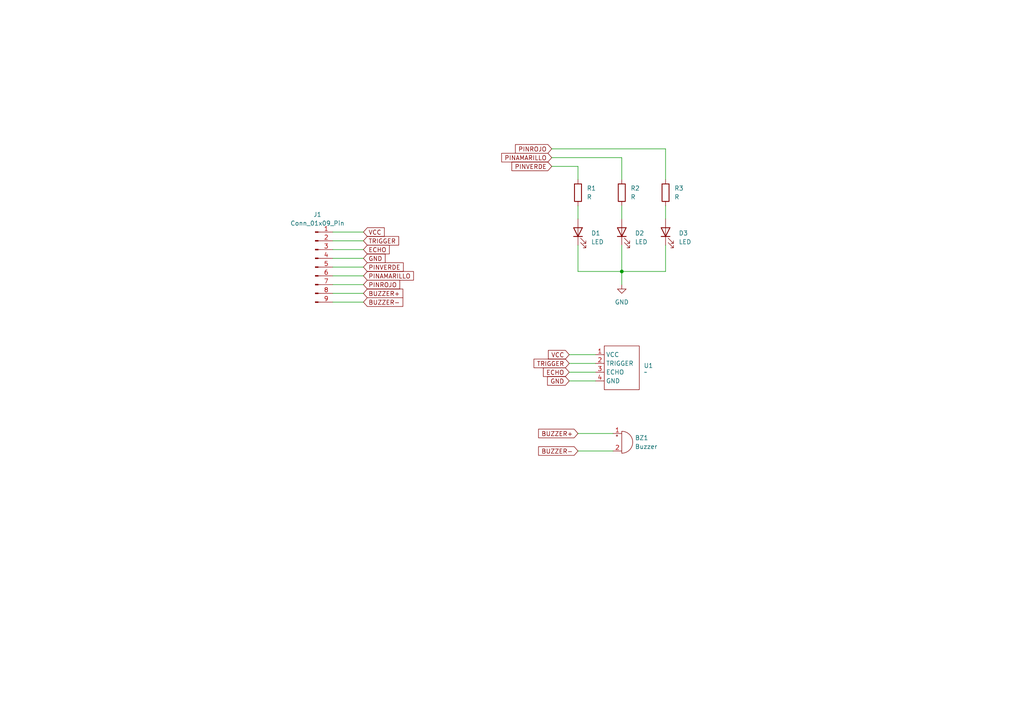
<source format=kicad_sch>
(kicad_sch
	(version 20250114)
	(generator "eeschema")
	(generator_version "9.0")
	(uuid "686061d5-a940-4cfd-8c39-c7240e119a7e")
	(paper "A4")
	(title_block
		(title "Sistema aparcamiento asistido")
		(date "2025-11-15")
		(rev "1")
	)
	(lib_symbols
		(symbol "Connector:Conn_01x09_Pin"
			(pin_names
				(offset 1.016)
				(hide yes)
			)
			(exclude_from_sim no)
			(in_bom yes)
			(on_board yes)
			(property "Reference" "J"
				(at 0 12.7 0)
				(effects
					(font
						(size 1.27 1.27)
					)
				)
			)
			(property "Value" "Conn_01x09_Pin"
				(at 0 -12.7 0)
				(effects
					(font
						(size 1.27 1.27)
					)
				)
			)
			(property "Footprint" ""
				(at 0 0 0)
				(effects
					(font
						(size 1.27 1.27)
					)
					(hide yes)
				)
			)
			(property "Datasheet" "~"
				(at 0 0 0)
				(effects
					(font
						(size 1.27 1.27)
					)
					(hide yes)
				)
			)
			(property "Description" "Generic connector, single row, 01x09, script generated"
				(at 0 0 0)
				(effects
					(font
						(size 1.27 1.27)
					)
					(hide yes)
				)
			)
			(property "ki_locked" ""
				(at 0 0 0)
				(effects
					(font
						(size 1.27 1.27)
					)
				)
			)
			(property "ki_keywords" "connector"
				(at 0 0 0)
				(effects
					(font
						(size 1.27 1.27)
					)
					(hide yes)
				)
			)
			(property "ki_fp_filters" "Connector*:*_1x??_*"
				(at 0 0 0)
				(effects
					(font
						(size 1.27 1.27)
					)
					(hide yes)
				)
			)
			(symbol "Conn_01x09_Pin_1_1"
				(rectangle
					(start 0.8636 10.287)
					(end 0 10.033)
					(stroke
						(width 0.1524)
						(type default)
					)
					(fill
						(type outline)
					)
				)
				(rectangle
					(start 0.8636 7.747)
					(end 0 7.493)
					(stroke
						(width 0.1524)
						(type default)
					)
					(fill
						(type outline)
					)
				)
				(rectangle
					(start 0.8636 5.207)
					(end 0 4.953)
					(stroke
						(width 0.1524)
						(type default)
					)
					(fill
						(type outline)
					)
				)
				(rectangle
					(start 0.8636 2.667)
					(end 0 2.413)
					(stroke
						(width 0.1524)
						(type default)
					)
					(fill
						(type outline)
					)
				)
				(rectangle
					(start 0.8636 0.127)
					(end 0 -0.127)
					(stroke
						(width 0.1524)
						(type default)
					)
					(fill
						(type outline)
					)
				)
				(rectangle
					(start 0.8636 -2.413)
					(end 0 -2.667)
					(stroke
						(width 0.1524)
						(type default)
					)
					(fill
						(type outline)
					)
				)
				(rectangle
					(start 0.8636 -4.953)
					(end 0 -5.207)
					(stroke
						(width 0.1524)
						(type default)
					)
					(fill
						(type outline)
					)
				)
				(rectangle
					(start 0.8636 -7.493)
					(end 0 -7.747)
					(stroke
						(width 0.1524)
						(type default)
					)
					(fill
						(type outline)
					)
				)
				(rectangle
					(start 0.8636 -10.033)
					(end 0 -10.287)
					(stroke
						(width 0.1524)
						(type default)
					)
					(fill
						(type outline)
					)
				)
				(polyline
					(pts
						(xy 1.27 10.16) (xy 0.8636 10.16)
					)
					(stroke
						(width 0.1524)
						(type default)
					)
					(fill
						(type none)
					)
				)
				(polyline
					(pts
						(xy 1.27 7.62) (xy 0.8636 7.62)
					)
					(stroke
						(width 0.1524)
						(type default)
					)
					(fill
						(type none)
					)
				)
				(polyline
					(pts
						(xy 1.27 5.08) (xy 0.8636 5.08)
					)
					(stroke
						(width 0.1524)
						(type default)
					)
					(fill
						(type none)
					)
				)
				(polyline
					(pts
						(xy 1.27 2.54) (xy 0.8636 2.54)
					)
					(stroke
						(width 0.1524)
						(type default)
					)
					(fill
						(type none)
					)
				)
				(polyline
					(pts
						(xy 1.27 0) (xy 0.8636 0)
					)
					(stroke
						(width 0.1524)
						(type default)
					)
					(fill
						(type none)
					)
				)
				(polyline
					(pts
						(xy 1.27 -2.54) (xy 0.8636 -2.54)
					)
					(stroke
						(width 0.1524)
						(type default)
					)
					(fill
						(type none)
					)
				)
				(polyline
					(pts
						(xy 1.27 -5.08) (xy 0.8636 -5.08)
					)
					(stroke
						(width 0.1524)
						(type default)
					)
					(fill
						(type none)
					)
				)
				(polyline
					(pts
						(xy 1.27 -7.62) (xy 0.8636 -7.62)
					)
					(stroke
						(width 0.1524)
						(type default)
					)
					(fill
						(type none)
					)
				)
				(polyline
					(pts
						(xy 1.27 -10.16) (xy 0.8636 -10.16)
					)
					(stroke
						(width 0.1524)
						(type default)
					)
					(fill
						(type none)
					)
				)
				(pin passive line
					(at 5.08 10.16 180)
					(length 3.81)
					(name "Pin_1"
						(effects
							(font
								(size 1.27 1.27)
							)
						)
					)
					(number "1"
						(effects
							(font
								(size 1.27 1.27)
							)
						)
					)
				)
				(pin passive line
					(at 5.08 7.62 180)
					(length 3.81)
					(name "Pin_2"
						(effects
							(font
								(size 1.27 1.27)
							)
						)
					)
					(number "2"
						(effects
							(font
								(size 1.27 1.27)
							)
						)
					)
				)
				(pin passive line
					(at 5.08 5.08 180)
					(length 3.81)
					(name "Pin_3"
						(effects
							(font
								(size 1.27 1.27)
							)
						)
					)
					(number "3"
						(effects
							(font
								(size 1.27 1.27)
							)
						)
					)
				)
				(pin passive line
					(at 5.08 2.54 180)
					(length 3.81)
					(name "Pin_4"
						(effects
							(font
								(size 1.27 1.27)
							)
						)
					)
					(number "4"
						(effects
							(font
								(size 1.27 1.27)
							)
						)
					)
				)
				(pin passive line
					(at 5.08 0 180)
					(length 3.81)
					(name "Pin_5"
						(effects
							(font
								(size 1.27 1.27)
							)
						)
					)
					(number "5"
						(effects
							(font
								(size 1.27 1.27)
							)
						)
					)
				)
				(pin passive line
					(at 5.08 -2.54 180)
					(length 3.81)
					(name "Pin_6"
						(effects
							(font
								(size 1.27 1.27)
							)
						)
					)
					(number "6"
						(effects
							(font
								(size 1.27 1.27)
							)
						)
					)
				)
				(pin passive line
					(at 5.08 -5.08 180)
					(length 3.81)
					(name "Pin_7"
						(effects
							(font
								(size 1.27 1.27)
							)
						)
					)
					(number "7"
						(effects
							(font
								(size 1.27 1.27)
							)
						)
					)
				)
				(pin passive line
					(at 5.08 -7.62 180)
					(length 3.81)
					(name "Pin_8"
						(effects
							(font
								(size 1.27 1.27)
							)
						)
					)
					(number "8"
						(effects
							(font
								(size 1.27 1.27)
							)
						)
					)
				)
				(pin passive line
					(at 5.08 -10.16 180)
					(length 3.81)
					(name "Pin_9"
						(effects
							(font
								(size 1.27 1.27)
							)
						)
					)
					(number "9"
						(effects
							(font
								(size 1.27 1.27)
							)
						)
					)
				)
			)
			(embedded_fonts no)
		)
		(symbol "Device:Buzzer"
			(pin_names
				(offset 0.0254)
				(hide yes)
			)
			(exclude_from_sim no)
			(in_bom yes)
			(on_board yes)
			(property "Reference" "BZ"
				(at 3.81 1.27 0)
				(effects
					(font
						(size 1.27 1.27)
					)
					(justify left)
				)
			)
			(property "Value" "Buzzer"
				(at 3.81 -1.27 0)
				(effects
					(font
						(size 1.27 1.27)
					)
					(justify left)
				)
			)
			(property "Footprint" ""
				(at -0.635 2.54 90)
				(effects
					(font
						(size 1.27 1.27)
					)
					(hide yes)
				)
			)
			(property "Datasheet" "~"
				(at -0.635 2.54 90)
				(effects
					(font
						(size 1.27 1.27)
					)
					(hide yes)
				)
			)
			(property "Description" "Buzzer, polarized"
				(at 0 0 0)
				(effects
					(font
						(size 1.27 1.27)
					)
					(hide yes)
				)
			)
			(property "ki_keywords" "quartz resonator ceramic"
				(at 0 0 0)
				(effects
					(font
						(size 1.27 1.27)
					)
					(hide yes)
				)
			)
			(property "ki_fp_filters" "*Buzzer*"
				(at 0 0 0)
				(effects
					(font
						(size 1.27 1.27)
					)
					(hide yes)
				)
			)
			(symbol "Buzzer_0_1"
				(polyline
					(pts
						(xy -1.651 1.905) (xy -1.143 1.905)
					)
					(stroke
						(width 0)
						(type default)
					)
					(fill
						(type none)
					)
				)
				(polyline
					(pts
						(xy -1.397 2.159) (xy -1.397 1.651)
					)
					(stroke
						(width 0)
						(type default)
					)
					(fill
						(type none)
					)
				)
				(arc
					(start 0 3.175)
					(mid 3.1612 0)
					(end 0 -3.175)
					(stroke
						(width 0)
						(type default)
					)
					(fill
						(type none)
					)
				)
				(polyline
					(pts
						(xy 0 3.175) (xy 0 -3.175)
					)
					(stroke
						(width 0)
						(type default)
					)
					(fill
						(type none)
					)
				)
			)
			(symbol "Buzzer_1_1"
				(pin passive line
					(at -2.54 2.54 0)
					(length 2.54)
					(name "+"
						(effects
							(font
								(size 1.27 1.27)
							)
						)
					)
					(number "1"
						(effects
							(font
								(size 1.27 1.27)
							)
						)
					)
				)
				(pin passive line
					(at -2.54 -2.54 0)
					(length 2.54)
					(name "-"
						(effects
							(font
								(size 1.27 1.27)
							)
						)
					)
					(number "2"
						(effects
							(font
								(size 1.27 1.27)
							)
						)
					)
				)
			)
			(embedded_fonts no)
		)
		(symbol "Device:LED"
			(pin_numbers
				(hide yes)
			)
			(pin_names
				(offset 1.016)
				(hide yes)
			)
			(exclude_from_sim no)
			(in_bom yes)
			(on_board yes)
			(property "Reference" "D"
				(at 0 2.54 0)
				(effects
					(font
						(size 1.27 1.27)
					)
				)
			)
			(property "Value" "LED"
				(at 0 -2.54 0)
				(effects
					(font
						(size 1.27 1.27)
					)
				)
			)
			(property "Footprint" ""
				(at 0 0 0)
				(effects
					(font
						(size 1.27 1.27)
					)
					(hide yes)
				)
			)
			(property "Datasheet" "~"
				(at 0 0 0)
				(effects
					(font
						(size 1.27 1.27)
					)
					(hide yes)
				)
			)
			(property "Description" "Light emitting diode"
				(at 0 0 0)
				(effects
					(font
						(size 1.27 1.27)
					)
					(hide yes)
				)
			)
			(property "Sim.Pins" "1=K 2=A"
				(at 0 0 0)
				(effects
					(font
						(size 1.27 1.27)
					)
					(hide yes)
				)
			)
			(property "ki_keywords" "LED diode"
				(at 0 0 0)
				(effects
					(font
						(size 1.27 1.27)
					)
					(hide yes)
				)
			)
			(property "ki_fp_filters" "LED* LED_SMD:* LED_THT:*"
				(at 0 0 0)
				(effects
					(font
						(size 1.27 1.27)
					)
					(hide yes)
				)
			)
			(symbol "LED_0_1"
				(polyline
					(pts
						(xy -3.048 -0.762) (xy -4.572 -2.286) (xy -3.81 -2.286) (xy -4.572 -2.286) (xy -4.572 -1.524)
					)
					(stroke
						(width 0)
						(type default)
					)
					(fill
						(type none)
					)
				)
				(polyline
					(pts
						(xy -1.778 -0.762) (xy -3.302 -2.286) (xy -2.54 -2.286) (xy -3.302 -2.286) (xy -3.302 -1.524)
					)
					(stroke
						(width 0)
						(type default)
					)
					(fill
						(type none)
					)
				)
				(polyline
					(pts
						(xy -1.27 0) (xy 1.27 0)
					)
					(stroke
						(width 0)
						(type default)
					)
					(fill
						(type none)
					)
				)
				(polyline
					(pts
						(xy -1.27 -1.27) (xy -1.27 1.27)
					)
					(stroke
						(width 0.254)
						(type default)
					)
					(fill
						(type none)
					)
				)
				(polyline
					(pts
						(xy 1.27 -1.27) (xy 1.27 1.27) (xy -1.27 0) (xy 1.27 -1.27)
					)
					(stroke
						(width 0.254)
						(type default)
					)
					(fill
						(type none)
					)
				)
			)
			(symbol "LED_1_1"
				(pin passive line
					(at -3.81 0 0)
					(length 2.54)
					(name "K"
						(effects
							(font
								(size 1.27 1.27)
							)
						)
					)
					(number "1"
						(effects
							(font
								(size 1.27 1.27)
							)
						)
					)
				)
				(pin passive line
					(at 3.81 0 180)
					(length 2.54)
					(name "A"
						(effects
							(font
								(size 1.27 1.27)
							)
						)
					)
					(number "2"
						(effects
							(font
								(size 1.27 1.27)
							)
						)
					)
				)
			)
			(embedded_fonts no)
		)
		(symbol "Device:R"
			(pin_numbers
				(hide yes)
			)
			(pin_names
				(offset 0)
			)
			(exclude_from_sim no)
			(in_bom yes)
			(on_board yes)
			(property "Reference" "R"
				(at 2.032 0 90)
				(effects
					(font
						(size 1.27 1.27)
					)
				)
			)
			(property "Value" "R"
				(at 0 0 90)
				(effects
					(font
						(size 1.27 1.27)
					)
				)
			)
			(property "Footprint" ""
				(at -1.778 0 90)
				(effects
					(font
						(size 1.27 1.27)
					)
					(hide yes)
				)
			)
			(property "Datasheet" "~"
				(at 0 0 0)
				(effects
					(font
						(size 1.27 1.27)
					)
					(hide yes)
				)
			)
			(property "Description" "Resistor"
				(at 0 0 0)
				(effects
					(font
						(size 1.27 1.27)
					)
					(hide yes)
				)
			)
			(property "ki_keywords" "R res resistor"
				(at 0 0 0)
				(effects
					(font
						(size 1.27 1.27)
					)
					(hide yes)
				)
			)
			(property "ki_fp_filters" "R_*"
				(at 0 0 0)
				(effects
					(font
						(size 1.27 1.27)
					)
					(hide yes)
				)
			)
			(symbol "R_0_1"
				(rectangle
					(start -1.016 -2.54)
					(end 1.016 2.54)
					(stroke
						(width 0.254)
						(type default)
					)
					(fill
						(type none)
					)
				)
			)
			(symbol "R_1_1"
				(pin passive line
					(at 0 3.81 270)
					(length 1.27)
					(name "~"
						(effects
							(font
								(size 1.27 1.27)
							)
						)
					)
					(number "1"
						(effects
							(font
								(size 1.27 1.27)
							)
						)
					)
				)
				(pin passive line
					(at 0 -3.81 90)
					(length 1.27)
					(name "~"
						(effects
							(font
								(size 1.27 1.27)
							)
						)
					)
					(number "2"
						(effects
							(font
								(size 1.27 1.27)
							)
						)
					)
				)
			)
			(embedded_fonts no)
		)
		(symbol "missimbolos:HC-SR04"
			(exclude_from_sim no)
			(in_bom yes)
			(on_board yes)
			(property "Reference" "U"
				(at 0 0 0)
				(effects
					(font
						(size 1.27 1.27)
					)
				)
			)
			(property "Value" ""
				(at 0 0 0)
				(effects
					(font
						(size 1.27 1.27)
					)
				)
			)
			(property "Footprint" ""
				(at 0 0 0)
				(effects
					(font
						(size 1.27 1.27)
					)
					(hide yes)
				)
			)
			(property "Datasheet" ""
				(at 0 0 0)
				(effects
					(font
						(size 1.27 1.27)
					)
					(hide yes)
				)
			)
			(property "Description" ""
				(at 0 0 0)
				(effects
					(font
						(size 1.27 1.27)
					)
					(hide yes)
				)
			)
			(symbol "HC-SR04_0_1"
				(rectangle
					(start 0 0)
					(end 10.16 -12.7)
					(stroke
						(width 0)
						(type default)
					)
					(fill
						(type none)
					)
				)
			)
			(symbol "HC-SR04_1_1"
				(pin input line
					(at -2.54 -2.54 0)
					(length 2.54)
					(name "VCC"
						(effects
							(font
								(size 1.27 1.27)
							)
						)
					)
					(number "1"
						(effects
							(font
								(size 1.27 1.27)
							)
						)
					)
				)
				(pin input line
					(at -2.54 -5.08 0)
					(length 2.54)
					(name "TRIGGER"
						(effects
							(font
								(size 1.27 1.27)
							)
						)
					)
					(number "2"
						(effects
							(font
								(size 1.27 1.27)
							)
						)
					)
				)
				(pin input line
					(at -2.54 -7.62 0)
					(length 2.54)
					(name "ECHO"
						(effects
							(font
								(size 1.27 1.27)
							)
						)
					)
					(number "3"
						(effects
							(font
								(size 1.27 1.27)
							)
						)
					)
				)
				(pin input line
					(at -2.54 -10.16 0)
					(length 2.54)
					(name "GND"
						(effects
							(font
								(size 1.27 1.27)
							)
						)
					)
					(number "4"
						(effects
							(font
								(size 1.27 1.27)
							)
						)
					)
				)
			)
			(embedded_fonts no)
		)
		(symbol "power:GND"
			(power)
			(pin_numbers
				(hide yes)
			)
			(pin_names
				(offset 0)
				(hide yes)
			)
			(exclude_from_sim no)
			(in_bom yes)
			(on_board yes)
			(property "Reference" "#PWR"
				(at 0 -6.35 0)
				(effects
					(font
						(size 1.27 1.27)
					)
					(hide yes)
				)
			)
			(property "Value" "GND"
				(at 0 -3.81 0)
				(effects
					(font
						(size 1.27 1.27)
					)
				)
			)
			(property "Footprint" ""
				(at 0 0 0)
				(effects
					(font
						(size 1.27 1.27)
					)
					(hide yes)
				)
			)
			(property "Datasheet" ""
				(at 0 0 0)
				(effects
					(font
						(size 1.27 1.27)
					)
					(hide yes)
				)
			)
			(property "Description" "Power symbol creates a global label with name \"GND\" , ground"
				(at 0 0 0)
				(effects
					(font
						(size 1.27 1.27)
					)
					(hide yes)
				)
			)
			(property "ki_keywords" "global power"
				(at 0 0 0)
				(effects
					(font
						(size 1.27 1.27)
					)
					(hide yes)
				)
			)
			(symbol "GND_0_1"
				(polyline
					(pts
						(xy 0 0) (xy 0 -1.27) (xy 1.27 -1.27) (xy 0 -2.54) (xy -1.27 -1.27) (xy 0 -1.27)
					)
					(stroke
						(width 0)
						(type default)
					)
					(fill
						(type none)
					)
				)
			)
			(symbol "GND_1_1"
				(pin power_in line
					(at 0 0 270)
					(length 0)
					(name "~"
						(effects
							(font
								(size 1.27 1.27)
							)
						)
					)
					(number "1"
						(effects
							(font
								(size 1.27 1.27)
							)
						)
					)
				)
			)
			(embedded_fonts no)
		)
	)
	(junction
		(at 180.34 78.74)
		(diameter 0)
		(color 0 0 0 0)
		(uuid "5968eeca-253a-4c6b-a3d0-26ce4f228449")
	)
	(wire
		(pts
			(xy 193.04 71.12) (xy 193.04 78.74)
		)
		(stroke
			(width 0)
			(type default)
		)
		(uuid "047babb4-59af-48f1-9729-3d3ac2141ea2")
	)
	(wire
		(pts
			(xy 160.02 45.72) (xy 180.34 45.72)
		)
		(stroke
			(width 0)
			(type default)
		)
		(uuid "10671296-894c-4adf-acf0-3a5c57f5281a")
	)
	(wire
		(pts
			(xy 180.34 78.74) (xy 193.04 78.74)
		)
		(stroke
			(width 0)
			(type default)
		)
		(uuid "15e91700-f75d-4220-a702-f08fd341e547")
	)
	(wire
		(pts
			(xy 160.02 48.26) (xy 167.64 48.26)
		)
		(stroke
			(width 0)
			(type default)
		)
		(uuid "170d103f-0585-4b42-94ae-6029cb1a3c41")
	)
	(wire
		(pts
			(xy 96.52 85.09) (xy 105.41 85.09)
		)
		(stroke
			(width 0)
			(type default)
		)
		(uuid "19084d43-acc1-4ebd-9ca5-b0aa6000446a")
	)
	(wire
		(pts
			(xy 167.64 125.73) (xy 177.8 125.73)
		)
		(stroke
			(width 0)
			(type default)
		)
		(uuid "1af47ba1-c0cb-45df-b92a-8408b56b21a3")
	)
	(wire
		(pts
			(xy 180.34 78.74) (xy 180.34 82.55)
		)
		(stroke
			(width 0)
			(type default)
		)
		(uuid "33f03a09-fb9c-4176-b869-2d4b076f2edc")
	)
	(wire
		(pts
			(xy 180.34 45.72) (xy 180.34 52.07)
		)
		(stroke
			(width 0)
			(type default)
		)
		(uuid "37def428-c59e-41ab-b5a1-af172774bb6c")
	)
	(wire
		(pts
			(xy 165.1 105.41) (xy 172.72 105.41)
		)
		(stroke
			(width 0)
			(type default)
		)
		(uuid "3ddd0938-c279-452b-be7d-9ba56c97c5b9")
	)
	(wire
		(pts
			(xy 96.52 82.55) (xy 105.41 82.55)
		)
		(stroke
			(width 0)
			(type default)
		)
		(uuid "441be889-b4c8-42fe-9043-57668d4d3831")
	)
	(wire
		(pts
			(xy 180.34 71.12) (xy 180.34 78.74)
		)
		(stroke
			(width 0)
			(type default)
		)
		(uuid "4d0c73ec-33a6-4359-a247-7ec6e2d2596b")
	)
	(wire
		(pts
			(xy 165.1 110.49) (xy 172.72 110.49)
		)
		(stroke
			(width 0)
			(type default)
		)
		(uuid "59903513-a9ef-49ee-a412-18444204ccd2")
	)
	(wire
		(pts
			(xy 165.1 107.95) (xy 172.72 107.95)
		)
		(stroke
			(width 0)
			(type default)
		)
		(uuid "64c266ce-b661-4e80-9489-d7c069320795")
	)
	(wire
		(pts
			(xy 96.52 80.01) (xy 105.41 80.01)
		)
		(stroke
			(width 0)
			(type default)
		)
		(uuid "6ab97194-4cf5-4f57-8f7e-22477572f1bb")
	)
	(wire
		(pts
			(xy 96.52 67.31) (xy 105.41 67.31)
		)
		(stroke
			(width 0)
			(type default)
		)
		(uuid "7a4cafe3-4325-4b75-ab78-1baa9dd10226")
	)
	(wire
		(pts
			(xy 180.34 59.69) (xy 180.34 63.5)
		)
		(stroke
			(width 0)
			(type default)
		)
		(uuid "7b6458fb-ff29-412a-b03b-811b0f25ec40")
	)
	(wire
		(pts
			(xy 160.02 43.18) (xy 193.04 43.18)
		)
		(stroke
			(width 0)
			(type default)
		)
		(uuid "7fff4706-9953-4eaf-a085-431e47a5b568")
	)
	(wire
		(pts
			(xy 167.64 48.26) (xy 167.64 52.07)
		)
		(stroke
			(width 0)
			(type default)
		)
		(uuid "9a9dbed3-c22a-452c-a555-176c22599887")
	)
	(wire
		(pts
			(xy 96.52 87.63) (xy 105.41 87.63)
		)
		(stroke
			(width 0)
			(type default)
		)
		(uuid "a746ba40-e159-4a83-b752-4d5225ea7beb")
	)
	(wire
		(pts
			(xy 96.52 72.39) (xy 105.41 72.39)
		)
		(stroke
			(width 0)
			(type default)
		)
		(uuid "ad8727ff-20f2-4a58-a0ab-657def3627ee")
	)
	(wire
		(pts
			(xy 167.64 71.12) (xy 167.64 78.74)
		)
		(stroke
			(width 0)
			(type default)
		)
		(uuid "b72758bc-9e72-40e0-83c3-65536e9c79cc")
	)
	(wire
		(pts
			(xy 167.64 59.69) (xy 167.64 63.5)
		)
		(stroke
			(width 0)
			(type default)
		)
		(uuid "bf3d62ba-a6b9-4332-9cee-27b8a9a7c08e")
	)
	(wire
		(pts
			(xy 193.04 43.18) (xy 193.04 52.07)
		)
		(stroke
			(width 0)
			(type default)
		)
		(uuid "cb82f03f-d674-49bf-96cb-f2e498c5f086")
	)
	(wire
		(pts
			(xy 96.52 69.85) (xy 105.41 69.85)
		)
		(stroke
			(width 0)
			(type default)
		)
		(uuid "cd85664e-350a-4544-992c-c024ae9169de")
	)
	(wire
		(pts
			(xy 96.52 74.93) (xy 105.41 74.93)
		)
		(stroke
			(width 0)
			(type default)
		)
		(uuid "e2599e91-f20e-44aa-aaf5-e5c396040341")
	)
	(wire
		(pts
			(xy 193.04 59.69) (xy 193.04 63.5)
		)
		(stroke
			(width 0)
			(type default)
		)
		(uuid "e480d5ad-91dc-4793-b696-55d196e295d3")
	)
	(wire
		(pts
			(xy 167.64 130.81) (xy 177.8 130.81)
		)
		(stroke
			(width 0)
			(type default)
		)
		(uuid "e6c39de5-9f75-47e1-a420-376cc5335a3c")
	)
	(wire
		(pts
			(xy 96.52 77.47) (xy 105.41 77.47)
		)
		(stroke
			(width 0)
			(type default)
		)
		(uuid "ec27e581-5220-4b28-92fd-2a7d04856df6")
	)
	(wire
		(pts
			(xy 167.64 78.74) (xy 180.34 78.74)
		)
		(stroke
			(width 0)
			(type default)
		)
		(uuid "fc7b3b70-f24d-49fa-be93-0231dbb97fca")
	)
	(wire
		(pts
			(xy 165.1 102.87) (xy 172.72 102.87)
		)
		(stroke
			(width 0)
			(type default)
		)
		(uuid "fd5c3079-db30-44a1-8804-092640fedc7b")
	)
	(global_label "GND"
		(shape input)
		(at 105.41 74.93 0)
		(fields_autoplaced yes)
		(effects
			(font
				(size 1.27 1.27)
			)
			(justify left)
		)
		(uuid "03ffe29c-96f5-491b-856e-14a7042d52a2")
		(property "Intersheetrefs" "${INTERSHEET_REFS}"
			(at 112.2657 74.93 0)
			(effects
				(font
					(size 1.27 1.27)
				)
				(justify left)
				(hide yes)
			)
		)
	)
	(global_label "GND"
		(shape input)
		(at 165.1 110.49 180)
		(fields_autoplaced yes)
		(effects
			(font
				(size 1.27 1.27)
			)
			(justify right)
		)
		(uuid "0f7c8a40-ee3f-4177-b42f-05f9c35ccfe6")
		(property "Intersheetrefs" "${INTERSHEET_REFS}"
			(at 158.2443 110.49 0)
			(effects
				(font
					(size 1.27 1.27)
				)
				(justify right)
				(hide yes)
			)
		)
	)
	(global_label "BUZZER+"
		(shape input)
		(at 105.41 85.09 0)
		(fields_autoplaced yes)
		(effects
			(font
				(size 1.27 1.27)
			)
			(justify left)
		)
		(uuid "155f1ffc-53c9-4a5a-81b5-1a1a24ba7631")
		(property "Intersheetrefs" "${INTERSHEET_REFS}"
			(at 117.4061 85.09 0)
			(effects
				(font
					(size 1.27 1.27)
				)
				(justify left)
				(hide yes)
			)
		)
	)
	(global_label "PINROJO"
		(shape input)
		(at 160.02 43.18 180)
		(fields_autoplaced yes)
		(effects
			(font
				(size 1.27 1.27)
			)
			(justify right)
		)
		(uuid "1e861089-23a4-4b2c-b421-a43f80b9eb43")
		(property "Intersheetrefs" "${INTERSHEET_REFS}"
			(at 148.9309 43.18 0)
			(effects
				(font
					(size 1.27 1.27)
				)
				(justify right)
				(hide yes)
			)
		)
	)
	(global_label "BUZZER-"
		(shape input)
		(at 167.64 130.81 180)
		(fields_autoplaced yes)
		(effects
			(font
				(size 1.27 1.27)
			)
			(justify right)
		)
		(uuid "23afa12d-b910-4621-92ce-0f352003b311")
		(property "Intersheetrefs" "${INTERSHEET_REFS}"
			(at 155.6439 130.81 0)
			(effects
				(font
					(size 1.27 1.27)
				)
				(justify right)
				(hide yes)
			)
		)
	)
	(global_label "TRIGGER"
		(shape input)
		(at 105.41 69.85 0)
		(fields_autoplaced yes)
		(effects
			(font
				(size 1.27 1.27)
			)
			(justify left)
		)
		(uuid "2a316d7f-5a21-4337-8d29-af751efd1554")
		(property "Intersheetrefs" "${INTERSHEET_REFS}"
			(at 116.1966 69.85 0)
			(effects
				(font
					(size 1.27 1.27)
				)
				(justify left)
				(hide yes)
			)
		)
	)
	(global_label "PINAMARILLO"
		(shape input)
		(at 160.02 45.72 180)
		(fields_autoplaced yes)
		(effects
			(font
				(size 1.27 1.27)
			)
			(justify right)
		)
		(uuid "2ea09234-aea2-4ece-91bd-7b07d3a1dac4")
		(property "Intersheetrefs" "${INTERSHEET_REFS}"
			(at 144.9394 45.72 0)
			(effects
				(font
					(size 1.27 1.27)
				)
				(justify right)
				(hide yes)
			)
		)
	)
	(global_label "TRIGGER"
		(shape input)
		(at 165.1 105.41 180)
		(fields_autoplaced yes)
		(effects
			(font
				(size 1.27 1.27)
			)
			(justify right)
		)
		(uuid "323fbadc-c6a3-49f3-8c93-efcaf96e1840")
		(property "Intersheetrefs" "${INTERSHEET_REFS}"
			(at 154.3134 105.41 0)
			(effects
				(font
					(size 1.27 1.27)
				)
				(justify right)
				(hide yes)
			)
		)
	)
	(global_label "VCC"
		(shape input)
		(at 105.41 67.31 0)
		(fields_autoplaced yes)
		(effects
			(font
				(size 1.27 1.27)
			)
			(justify left)
		)
		(uuid "3b54e1c0-1ee0-449e-b6f0-ddbc9fffbcc2")
		(property "Intersheetrefs" "${INTERSHEET_REFS}"
			(at 112.0238 67.31 0)
			(effects
				(font
					(size 1.27 1.27)
				)
				(justify left)
				(hide yes)
			)
		)
	)
	(global_label "PINVERDE"
		(shape input)
		(at 160.02 48.26 180)
		(fields_autoplaced yes)
		(effects
			(font
				(size 1.27 1.27)
			)
			(justify right)
		)
		(uuid "4aead562-0716-4478-8604-795fbf0a6591")
		(property "Intersheetrefs" "${INTERSHEET_REFS}"
			(at 147.9029 48.26 0)
			(effects
				(font
					(size 1.27 1.27)
				)
				(justify right)
				(hide yes)
			)
		)
	)
	(global_label "BUZZER+"
		(shape input)
		(at 167.64 125.73 180)
		(fields_autoplaced yes)
		(effects
			(font
				(size 1.27 1.27)
			)
			(justify right)
		)
		(uuid "67c32236-8791-4f6e-8977-e9a2765c4e1c")
		(property "Intersheetrefs" "${INTERSHEET_REFS}"
			(at 155.6439 125.73 0)
			(effects
				(font
					(size 1.27 1.27)
				)
				(justify right)
				(hide yes)
			)
		)
	)
	(global_label "BUZZER-"
		(shape input)
		(at 105.41 87.63 0)
		(fields_autoplaced yes)
		(effects
			(font
				(size 1.27 1.27)
			)
			(justify left)
		)
		(uuid "99f95fbe-5b5b-4e16-8c51-a22d99efa8aa")
		(property "Intersheetrefs" "${INTERSHEET_REFS}"
			(at 117.4061 87.63 0)
			(effects
				(font
					(size 1.27 1.27)
				)
				(justify left)
				(hide yes)
			)
		)
	)
	(global_label "PINAMARILLO"
		(shape input)
		(at 105.41 80.01 0)
		(fields_autoplaced yes)
		(effects
			(font
				(size 1.27 1.27)
			)
			(justify left)
		)
		(uuid "aa371ea4-22ea-412b-90b1-a55ea818de93")
		(property "Intersheetrefs" "${INTERSHEET_REFS}"
			(at 120.4906 80.01 0)
			(effects
				(font
					(size 1.27 1.27)
				)
				(justify left)
				(hide yes)
			)
		)
	)
	(global_label "ECHO"
		(shape input)
		(at 165.1 107.95 180)
		(fields_autoplaced yes)
		(effects
			(font
				(size 1.27 1.27)
			)
			(justify right)
		)
		(uuid "ba79f655-9d74-4d05-8572-57ddcb5a1b66")
		(property "Intersheetrefs" "${INTERSHEET_REFS}"
			(at 157.0348 107.95 0)
			(effects
				(font
					(size 1.27 1.27)
				)
				(justify right)
				(hide yes)
			)
		)
	)
	(global_label "VCC"
		(shape input)
		(at 165.1 102.87 180)
		(fields_autoplaced yes)
		(effects
			(font
				(size 1.27 1.27)
			)
			(justify right)
		)
		(uuid "bf4e3eb5-3fd2-4bd0-83de-3695cf712bd2")
		(property "Intersheetrefs" "${INTERSHEET_REFS}"
			(at 158.4862 102.87 0)
			(effects
				(font
					(size 1.27 1.27)
				)
				(justify right)
				(hide yes)
			)
		)
	)
	(global_label "PINROJO"
		(shape input)
		(at 105.41 82.55 0)
		(fields_autoplaced yes)
		(effects
			(font
				(size 1.27 1.27)
			)
			(justify left)
		)
		(uuid "c5050057-de71-42f9-936a-becf63851ad4")
		(property "Intersheetrefs" "${INTERSHEET_REFS}"
			(at 116.4991 82.55 0)
			(effects
				(font
					(size 1.27 1.27)
				)
				(justify left)
				(hide yes)
			)
		)
	)
	(global_label "ECHO"
		(shape input)
		(at 105.41 72.39 0)
		(fields_autoplaced yes)
		(effects
			(font
				(size 1.27 1.27)
			)
			(justify left)
		)
		(uuid "ce927787-fc39-487c-b6df-4850bd84998b")
		(property "Intersheetrefs" "${INTERSHEET_REFS}"
			(at 113.4752 72.39 0)
			(effects
				(font
					(size 1.27 1.27)
				)
				(justify left)
				(hide yes)
			)
		)
	)
	(global_label "PINVERDE"
		(shape input)
		(at 105.41 77.47 0)
		(fields_autoplaced yes)
		(effects
			(font
				(size 1.27 1.27)
			)
			(justify left)
		)
		(uuid "f4e68b96-b264-4d98-a7aa-b82b18110ce6")
		(property "Intersheetrefs" "${INTERSHEET_REFS}"
			(at 117.5271 77.47 0)
			(effects
				(font
					(size 1.27 1.27)
				)
				(justify left)
				(hide yes)
			)
		)
	)
	(symbol
		(lib_id "Connector:Conn_01x09_Pin")
		(at 91.44 77.47 0)
		(unit 1)
		(exclude_from_sim no)
		(in_bom yes)
		(on_board yes)
		(dnp no)
		(fields_autoplaced yes)
		(uuid "04ef16a1-a02d-4a5c-b896-7c4d363cbf09")
		(property "Reference" "J1"
			(at 92.075 62.23 0)
			(effects
				(font
					(size 1.27 1.27)
				)
			)
		)
		(property "Value" "Conn_01x09_Pin"
			(at 92.075 64.77 0)
			(effects
				(font
					(size 1.27 1.27)
				)
			)
		)
		(property "Footprint" "Connector_Phoenix_MC:PhoenixContact_MCV_1,5_9-G-3.5_1x09_P3.50mm_Vertical"
			(at 91.44 77.47 0)
			(effects
				(font
					(size 1.27 1.27)
				)
				(hide yes)
			)
		)
		(property "Datasheet" "~"
			(at 91.44 77.47 0)
			(effects
				(font
					(size 1.27 1.27)
				)
				(hide yes)
			)
		)
		(property "Description" "Generic connector, single row, 01x09, script generated"
			(at 91.44 77.47 0)
			(effects
				(font
					(size 1.27 1.27)
				)
				(hide yes)
			)
		)
		(pin "1"
			(uuid "58f333c8-9854-495d-9d2a-0be5e7a66c06")
		)
		(pin "3"
			(uuid "e4f5cfe0-97ab-445e-bbcc-baf8969fee9f")
		)
		(pin "2"
			(uuid "45c32d8e-b94a-4554-9733-58c24965f81d")
		)
		(pin "8"
			(uuid "8543dd70-d961-4030-8849-eae826b1751e")
		)
		(pin "5"
			(uuid "ae724256-e022-4b1e-8a75-00d3fe3196ee")
		)
		(pin "6"
			(uuid "995cbc2b-4bb5-4ad5-8efa-4e3a474becd9")
		)
		(pin "9"
			(uuid "9d2cbe28-75d8-4e93-be8b-2267b9f3cab9")
		)
		(pin "4"
			(uuid "c1070e4a-0393-4a68-b10f-4bca2a72ad4f")
		)
		(pin "7"
			(uuid "2380e602-754e-4ca7-a944-650b273c7015")
		)
		(instances
			(project ""
				(path "/686061d5-a940-4cfd-8c39-c7240e119a7e"
					(reference "J1")
					(unit 1)
				)
			)
		)
	)
	(symbol
		(lib_id "Device:LED")
		(at 180.34 67.31 90)
		(unit 1)
		(exclude_from_sim no)
		(in_bom yes)
		(on_board yes)
		(dnp no)
		(fields_autoplaced yes)
		(uuid "26015c82-9436-4bb7-9bfc-bddd2b315ae4")
		(property "Reference" "D2"
			(at 184.15 67.6274 90)
			(effects
				(font
					(size 1.27 1.27)
				)
				(justify right)
			)
		)
		(property "Value" "LED"
			(at 184.15 70.1674 90)
			(effects
				(font
					(size 1.27 1.27)
				)
				(justify right)
			)
		)
		(property "Footprint" "LED_THT:LED_D5.0mm"
			(at 180.34 67.31 0)
			(effects
				(font
					(size 1.27 1.27)
				)
				(hide yes)
			)
		)
		(property "Datasheet" "~"
			(at 180.34 67.31 0)
			(effects
				(font
					(size 1.27 1.27)
				)
				(hide yes)
			)
		)
		(property "Description" "Light emitting diode"
			(at 180.34 67.31 0)
			(effects
				(font
					(size 1.27 1.27)
				)
				(hide yes)
			)
		)
		(property "Sim.Pins" "1=K 2=A"
			(at 180.34 67.31 0)
			(effects
				(font
					(size 1.27 1.27)
				)
				(hide yes)
			)
		)
		(pin "1"
			(uuid "a43bb1b3-84dc-4168-8bf2-9a1504f5b55c")
		)
		(pin "2"
			(uuid "37472786-80b3-47ef-9fae-3cd94829ba1e")
		)
		(instances
			(project ""
				(path "/686061d5-a940-4cfd-8c39-c7240e119a7e"
					(reference "D2")
					(unit 1)
				)
			)
		)
	)
	(symbol
		(lib_id "missimbolos:HC-SR04")
		(at 175.26 100.33 0)
		(unit 1)
		(exclude_from_sim no)
		(in_bom yes)
		(on_board yes)
		(dnp no)
		(fields_autoplaced yes)
		(uuid "26dd232b-ad64-4ed6-a5ef-7e309c0e9aac")
		(property "Reference" "U1"
			(at 186.69 106.0449 0)
			(effects
				(font
					(size 1.27 1.27)
				)
				(justify left)
			)
		)
		(property "Value" "~"
			(at 186.69 107.95 0)
			(effects
				(font
					(size 1.27 1.27)
				)
				(justify left)
			)
		)
		(property "Footprint" "Connector_Phoenix_MC:PhoenixContact_MCV_1,5_4-G-3.5_1x04_P3.50mm_Vertical"
			(at 175.26 100.33 0)
			(effects
				(font
					(size 1.27 1.27)
				)
				(hide yes)
			)
		)
		(property "Datasheet" ""
			(at 175.26 100.33 0)
			(effects
				(font
					(size 1.27 1.27)
				)
				(hide yes)
			)
		)
		(property "Description" ""
			(at 175.26 100.33 0)
			(effects
				(font
					(size 1.27 1.27)
				)
				(hide yes)
			)
		)
		(pin "3"
			(uuid "a2565d71-645b-4636-819a-ef3b89672ba5")
		)
		(pin "2"
			(uuid "31ca0603-aa31-43a5-a7a5-9826cc753fa8")
		)
		(pin "1"
			(uuid "7e003341-23ee-4f95-b81b-b339b1263cef")
		)
		(pin "4"
			(uuid "e76fa8a1-ca9c-413c-a3f6-1a086192e248")
		)
		(instances
			(project ""
				(path "/686061d5-a940-4cfd-8c39-c7240e119a7e"
					(reference "U1")
					(unit 1)
				)
			)
		)
	)
	(symbol
		(lib_id "Device:Buzzer")
		(at 180.34 128.27 0)
		(unit 1)
		(exclude_from_sim no)
		(in_bom yes)
		(on_board yes)
		(dnp no)
		(fields_autoplaced yes)
		(uuid "2f2ac927-3ccb-4964-8faa-edb8e4d7f347")
		(property "Reference" "BZ1"
			(at 184.15 126.9999 0)
			(effects
				(font
					(size 1.27 1.27)
				)
				(justify left)
			)
		)
		(property "Value" "Buzzer"
			(at 184.15 129.5399 0)
			(effects
				(font
					(size 1.27 1.27)
				)
				(justify left)
			)
		)
		(property "Footprint" "Connector_Phoenix_MC:PhoenixContact_MCV_1,5_2-G-3.5_1x02_P3.50mm_Vertical"
			(at 179.705 125.73 90)
			(effects
				(font
					(size 1.27 1.27)
				)
				(hide yes)
			)
		)
		(property "Datasheet" "~"
			(at 179.705 125.73 90)
			(effects
				(font
					(size 1.27 1.27)
				)
				(hide yes)
			)
		)
		(property "Description" "Buzzer, polarized"
			(at 180.34 128.27 0)
			(effects
				(font
					(size 1.27 1.27)
				)
				(hide yes)
			)
		)
		(pin "2"
			(uuid "f622c675-9586-48ce-9cab-e55ba5d124c6")
		)
		(pin "1"
			(uuid "9c0e5566-41c3-4ba6-9781-89f91d7801c3")
		)
		(instances
			(project ""
				(path "/686061d5-a940-4cfd-8c39-c7240e119a7e"
					(reference "BZ1")
					(unit 1)
				)
			)
		)
	)
	(symbol
		(lib_id "Device:R")
		(at 167.64 55.88 0)
		(unit 1)
		(exclude_from_sim no)
		(in_bom yes)
		(on_board yes)
		(dnp no)
		(fields_autoplaced yes)
		(uuid "3054fcf7-0646-44c0-a043-3735d350e616")
		(property "Reference" "R1"
			(at 170.18 54.6099 0)
			(effects
				(font
					(size 1.27 1.27)
				)
				(justify left)
			)
		)
		(property "Value" "R"
			(at 170.18 57.1499 0)
			(effects
				(font
					(size 1.27 1.27)
				)
				(justify left)
			)
		)
		(property "Footprint" "Resistor_THT:R_Axial_DIN0204_L3.6mm_D1.6mm_P7.62mm_Horizontal"
			(at 165.862 55.88 90)
			(effects
				(font
					(size 1.27 1.27)
				)
				(hide yes)
			)
		)
		(property "Datasheet" "~"
			(at 167.64 55.88 0)
			(effects
				(font
					(size 1.27 1.27)
				)
				(hide yes)
			)
		)
		(property "Description" "Resistor"
			(at 167.64 55.88 0)
			(effects
				(font
					(size 1.27 1.27)
				)
				(hide yes)
			)
		)
		(pin "1"
			(uuid "a56b2d75-0b22-47cb-8331-ea2d98d4f3f6")
		)
		(pin "2"
			(uuid "4a1cbfb4-16e1-4b48-b6d8-444d3f9990e0")
		)
		(instances
			(project ""
				(path "/686061d5-a940-4cfd-8c39-c7240e119a7e"
					(reference "R1")
					(unit 1)
				)
			)
		)
	)
	(symbol
		(lib_id "Device:R")
		(at 193.04 55.88 0)
		(unit 1)
		(exclude_from_sim no)
		(in_bom yes)
		(on_board yes)
		(dnp no)
		(fields_autoplaced yes)
		(uuid "786f63d5-55e5-4bba-a938-6e1d4759fb49")
		(property "Reference" "R3"
			(at 195.58 54.6099 0)
			(effects
				(font
					(size 1.27 1.27)
				)
				(justify left)
			)
		)
		(property "Value" "R"
			(at 195.58 57.1499 0)
			(effects
				(font
					(size 1.27 1.27)
				)
				(justify left)
			)
		)
		(property "Footprint" "Resistor_THT:R_Axial_DIN0204_L3.6mm_D1.6mm_P7.62mm_Horizontal"
			(at 191.262 55.88 90)
			(effects
				(font
					(size 1.27 1.27)
				)
				(hide yes)
			)
		)
		(property "Datasheet" "~"
			(at 193.04 55.88 0)
			(effects
				(font
					(size 1.27 1.27)
				)
				(hide yes)
			)
		)
		(property "Description" "Resistor"
			(at 193.04 55.88 0)
			(effects
				(font
					(size 1.27 1.27)
				)
				(hide yes)
			)
		)
		(pin "1"
			(uuid "86848169-b7c1-48a5-8677-f07adae1ebd3")
		)
		(pin "2"
			(uuid "a1472e0e-8fe0-49c0-9856-a4505119876f")
		)
		(instances
			(project ""
				(path "/686061d5-a940-4cfd-8c39-c7240e119a7e"
					(reference "R3")
					(unit 1)
				)
			)
		)
	)
	(symbol
		(lib_id "Device:R")
		(at 180.34 55.88 0)
		(unit 1)
		(exclude_from_sim no)
		(in_bom yes)
		(on_board yes)
		(dnp no)
		(fields_autoplaced yes)
		(uuid "dafdb434-9d4c-4c61-adae-068bded59e35")
		(property "Reference" "R2"
			(at 182.88 54.6099 0)
			(effects
				(font
					(size 1.27 1.27)
				)
				(justify left)
			)
		)
		(property "Value" "R"
			(at 182.88 57.1499 0)
			(effects
				(font
					(size 1.27 1.27)
				)
				(justify left)
			)
		)
		(property "Footprint" "Resistor_THT:R_Axial_DIN0204_L3.6mm_D1.6mm_P7.62mm_Horizontal"
			(at 178.562 55.88 90)
			(effects
				(font
					(size 1.27 1.27)
				)
				(hide yes)
			)
		)
		(property "Datasheet" "~"
			(at 180.34 55.88 0)
			(effects
				(font
					(size 1.27 1.27)
				)
				(hide yes)
			)
		)
		(property "Description" "Resistor"
			(at 180.34 55.88 0)
			(effects
				(font
					(size 1.27 1.27)
				)
				(hide yes)
			)
		)
		(pin "2"
			(uuid "8c4a97a2-b266-49ff-81d1-f38d7e1a2211")
		)
		(pin "1"
			(uuid "bd521dfb-59e7-4f14-84b8-7654b7fd0475")
		)
		(instances
			(project ""
				(path "/686061d5-a940-4cfd-8c39-c7240e119a7e"
					(reference "R2")
					(unit 1)
				)
			)
		)
	)
	(symbol
		(lib_id "Device:LED")
		(at 193.04 67.31 90)
		(unit 1)
		(exclude_from_sim no)
		(in_bom yes)
		(on_board yes)
		(dnp no)
		(fields_autoplaced yes)
		(uuid "eb799de6-37fb-4aa0-8c25-b49c413f860e")
		(property "Reference" "D3"
			(at 196.85 67.6274 90)
			(effects
				(font
					(size 1.27 1.27)
				)
				(justify right)
			)
		)
		(property "Value" "LED"
			(at 196.85 70.1674 90)
			(effects
				(font
					(size 1.27 1.27)
				)
				(justify right)
			)
		)
		(property "Footprint" "LED_THT:LED_D5.0mm"
			(at 193.04 67.31 0)
			(effects
				(font
					(size 1.27 1.27)
				)
				(hide yes)
			)
		)
		(property "Datasheet" "~"
			(at 193.04 67.31 0)
			(effects
				(font
					(size 1.27 1.27)
				)
				(hide yes)
			)
		)
		(property "Description" "Light emitting diode"
			(at 193.04 67.31 0)
			(effects
				(font
					(size 1.27 1.27)
				)
				(hide yes)
			)
		)
		(property "Sim.Pins" "1=K 2=A"
			(at 193.04 67.31 0)
			(effects
				(font
					(size 1.27 1.27)
				)
				(hide yes)
			)
		)
		(pin "1"
			(uuid "353ac409-8735-433f-ba30-fc381ff11fd0")
		)
		(pin "2"
			(uuid "41258416-0f3a-404e-b160-e0f04909d2b7")
		)
		(instances
			(project ""
				(path "/686061d5-a940-4cfd-8c39-c7240e119a7e"
					(reference "D3")
					(unit 1)
				)
			)
		)
	)
	(symbol
		(lib_id "power:GND")
		(at 180.34 82.55 0)
		(unit 1)
		(exclude_from_sim no)
		(in_bom yes)
		(on_board yes)
		(dnp no)
		(fields_autoplaced yes)
		(uuid "fb82dca6-abbd-4afd-8bf7-27086895b411")
		(property "Reference" "#PWR01"
			(at 180.34 88.9 0)
			(effects
				(font
					(size 1.27 1.27)
				)
				(hide yes)
			)
		)
		(property "Value" "GND"
			(at 180.34 87.63 0)
			(effects
				(font
					(size 1.27 1.27)
				)
			)
		)
		(property "Footprint" ""
			(at 180.34 82.55 0)
			(effects
				(font
					(size 1.27 1.27)
				)
				(hide yes)
			)
		)
		(property "Datasheet" ""
			(at 180.34 82.55 0)
			(effects
				(font
					(size 1.27 1.27)
				)
				(hide yes)
			)
		)
		(property "Description" "Power symbol creates a global label with name \"GND\" , ground"
			(at 180.34 82.55 0)
			(effects
				(font
					(size 1.27 1.27)
				)
				(hide yes)
			)
		)
		(pin "1"
			(uuid "cb8a355a-2ab4-4426-9b3c-e31b24f68ecc")
		)
		(instances
			(project ""
				(path "/686061d5-a940-4cfd-8c39-c7240e119a7e"
					(reference "#PWR01")
					(unit 1)
				)
			)
		)
	)
	(symbol
		(lib_id "Device:LED")
		(at 167.64 67.31 90)
		(unit 1)
		(exclude_from_sim no)
		(in_bom yes)
		(on_board yes)
		(dnp no)
		(fields_autoplaced yes)
		(uuid "fd4662d0-0bab-4173-84c1-fc57b45896ca")
		(property "Reference" "D1"
			(at 171.45 67.6274 90)
			(effects
				(font
					(size 1.27 1.27)
				)
				(justify right)
			)
		)
		(property "Value" "LED"
			(at 171.45 70.1674 90)
			(effects
				(font
					(size 1.27 1.27)
				)
				(justify right)
			)
		)
		(property "Footprint" "LED_THT:LED_D5.0mm"
			(at 167.64 67.31 0)
			(effects
				(font
					(size 1.27 1.27)
				)
				(hide yes)
			)
		)
		(property "Datasheet" "~"
			(at 167.64 67.31 0)
			(effects
				(font
					(size 1.27 1.27)
				)
				(hide yes)
			)
		)
		(property "Description" "Light emitting diode"
			(at 167.64 67.31 0)
			(effects
				(font
					(size 1.27 1.27)
				)
				(hide yes)
			)
		)
		(property "Sim.Pins" "1=K 2=A"
			(at 167.64 67.31 0)
			(effects
				(font
					(size 1.27 1.27)
				)
				(hide yes)
			)
		)
		(pin "1"
			(uuid "2d07e08d-af17-4506-8649-ed9182ca6182")
		)
		(pin "2"
			(uuid "56ebd00f-b2c8-4bcd-b8ca-b8a22c2c89fb")
		)
		(instances
			(project ""
				(path "/686061d5-a940-4cfd-8c39-c7240e119a7e"
					(reference "D1")
					(unit 1)
				)
			)
		)
	)
	(sheet_instances
		(path "/"
			(page "1")
		)
	)
	(embedded_fonts no)
)

</source>
